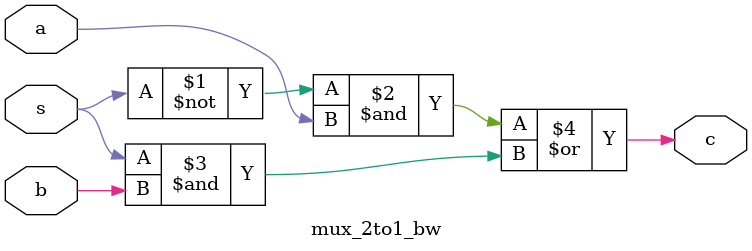
<source format=v>
`timescale 1ns / 1ps


module mux_2to1_bw(a,b,s,c);
input a,b,s;
output c;

assign c=(~s&a) | (s&b);
endmodule

</source>
